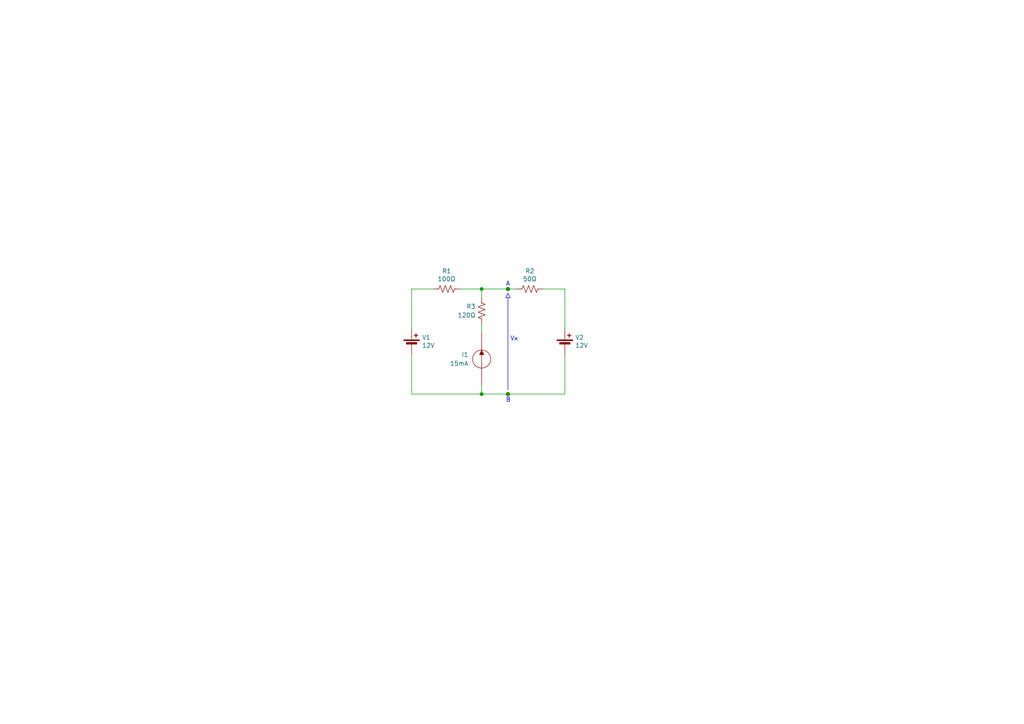
<source format=kicad_sch>
(kicad_sch (version 20230121) (generator eeschema)
  (paper "A4")
  (title_block (title "Questão 1 - P2/2021 - Noturno") (date "2021-11-15") (rev "0") (company "ETE103 - Fundamentos de Circuitos Analógicos"))
  (lib_symbols
    (symbol "Connector:TestPoint_Small" (pin_numbers hide) (pin_names (offset 0.762) hide)
      (property "Reference" "TP" (at 0 3.81 0))
      (property "Value" "TestPoint_Small" (at 0 2.032 0))
      (symbol "TestPoint_Small_0_1"
        (circle (center 0 0) (radius 0.508))
      )
      (symbol "TestPoint_Small_1_1"
        (pin passive line (at 0 0 90) (length 0) (name "1") (number "1"))
      )
    )
    (symbol "Device:Battery_Cell" (pin_numbers hide) (pin_names (offset 0) hide)
      (property "Reference" "BT" (at 2.54 2.54 0))
      (property "Value" "Battery_Cell" (at 2.54 0 0))
      (symbol "Battery_Cell_0_1"
        (rectangle (start -2.286 1.778) (end 2.286 1.524) (fill (type outline)))
        (rectangle (start -1.524 1.016) (end 1.524 0.508) (fill (type outline)))
        (polyline (pts (xy 0 0.762) (xy 0 0)))
        (polyline (pts (xy 0 1.778) (xy 0 2.54)))
        (polyline (pts (xy 0.762 3.048) (xy 1.778 3.048)) (stroke (width 0.254)))
        (polyline (pts (xy 1.27 3.556) (xy 1.27 2.54)) (stroke (width 0.254)))
      )
      (symbol "Battery_Cell_1_1"
        (pin passive line (at 0 5.08 270) (length 2.54) (name "+") (number "1"))
        (pin passive line (at 0 -2.54 90) (length 2.54) (name "-") (number "2"))
      )
    )
    (symbol "Device:R_US" (pin_numbers hide) (pin_names (offset 0))
      (property "Reference" "R" (at 2.54 0 90))
      (property "Value" "R_US" (at -2.54 0 90))
      (symbol "R_US_0_1"
        (polyline (pts (xy 0 -2.286) (xy 0 -2.54)))
        (polyline (pts (xy 0 2.286) (xy 0 2.54)))
        (polyline (pts (xy 0 -0.762) (xy 1.016 -1.143) (xy 0 -1.524) (xy -1.016 -1.905) (xy 0 -2.286)))
        (polyline (pts (xy 0 0.762) (xy 1.016 0.381) (xy 0 0) (xy -1.016 -0.381) (xy 0 -0.762)))
        (polyline (pts (xy 0 2.286) (xy 1.016 1.905) (xy 0 1.524) (xy -1.016 1.143) (xy 0 0.762)))
      )
      (symbol "R_US_1_1"
        (pin passive line (at 0 3.81 270) (length 1.27) (name "~") (number "1"))
        (pin passive line (at 0 -3.81 90) (length 1.27) (name "~") (number "2"))
      )
    )
    (symbol "Personalizado:current_source" (pin_numbers hide) (pin_names (offset 0))
      (property "Reference" "I" (at 3.81 0 0))
      (property "Value" "current_source" (at -3.81 -0.635 90))
      (symbol "current_source_0_1"
        (polyline (pts (xy 0 -2.54) (xy 0 2.54)))
        (polyline (pts (xy 0 2.54) (xy -0.635 1.27) (xy 0.635 1.27) (xy 0 2.54)) (fill (type outline)))
        (circle (center 0 0) (radius 2.6162))
      )
      (symbol "current_source_1_1"
        (pin passive line (at 0 7.62 270) (length 5.08) (name "~") (number "1"))
        (pin passive line (at 0 -7.62 90) (length 5.08) (name "~") (number "2"))
      )
    )
  )
  (junction (at 139.7 114.3))
  (junction (at 147.32 114.3))
  (junction (at 147.32 83.82))
  (junction (at 139.7 83.82))
  (polyline (pts (xy 146.685 86.36) (xy 147.955 86.36)) (stroke (width 0) (type solid)))
  (wire (pts (xy 163.83 83.82) (xy 163.83 95.25)))
  (wire (pts (xy 139.7 83.82) (xy 147.32 83.82)))
  (wire (pts (xy 147.32 114.3) (xy 163.83 114.3)))
  (wire (pts (xy 147.32 83.82) (xy 149.86 83.82)))
  (wire (pts (xy 139.7 111.76) (xy 139.7 114.3)))
  (wire (pts (xy 119.38 83.82) (xy 125.73 83.82)))
  (wire (pts (xy 133.35 83.82) (xy 139.7 83.82)))
  (wire (pts (xy 139.7 114.3) (xy 147.32 114.3)))
  (wire (pts (xy 119.38 114.3) (xy 119.38 102.87)))
  (polyline (pts (xy 147.32 85.09) (xy 147.955 86.36)) (stroke (width 0) (type solid)))
  (polyline (pts (xy 147.32 85.09) (xy 146.685 86.36)) (stroke (width 0) (type solid)))
  (wire (pts (xy 163.83 102.87) (xy 163.83 114.3)))
  (wire (pts (xy 157.48 83.82) (xy 163.83 83.82)))
  (wire (pts (xy 119.38 114.3) (xy 139.7 114.3)))
  (wire (pts (xy 139.7 86.36) (xy 139.7 83.82)))
  (polyline (pts (xy 147.32 86.36) (xy 147.32 113.03)) (stroke (width 0) (type solid)))
  (wire (pts (xy 119.38 95.25) (xy 119.38 83.82)))
  (wire (pts (xy 139.7 93.98) (xy 139.7 96.52)))
  (text "A" (at 146.685 83.185 0) (effects (font (size 1.27 1.27)) (justify left bottom)))
  (text "B" (at 146.685 116.84 0) (effects (font (size 1.27 1.27)) (justify left bottom)))
  (text "Vx" (at 147.955 99.06 0) (effects (font (size 1.27 1.27)) (justify left bottom)))
  (symbol (lib_id "Device:Battery_Cell") (at 119.38 100.33 0) (unit 1)
    (property "Reference" "V1" (at 122.3772 97.8916 0) (effects (justify left)))
    (property "Value" "12V" (at 122.3772 100.203 0) (effects (justify left)))
  )
  (symbol (lib_id "Device:R_US") (at 139.7 90.17 180) (unit 1)
    (property "Reference" "R3" (at 135.255 88.9 0) (effects (justify right)))
    (property "Value" "120Ω" (at 132.715 91.44 0) (effects (justify right)))
  )
  (symbol (lib_id "Device:R_US") (at 153.67 83.82 90) (unit 1)
    (property "Reference" "R2" (at 153.67 78.613 90))
    (property "Value" "50Ω" (at 153.67 80.9244 90))
  )
  (symbol (lib_id "Device:R_US") (at 129.54 83.82 90) (unit 1)
    (property "Reference" "R1" (at 129.54 78.613 90))
    (property "Value" "100Ω" (at 129.54 80.9244 90))
  )
  (symbol (lib_id "Connector:TestPoint_Small") (at 147.32 114.3 0) (unit 1)
    (property "Reference" "TP2" (effects hide))
    (property "Value" "TestPoint_Small" (effects hide))
  )
  (symbol (lib_id "Personalizado:current_source") (at 139.7 104.14 0) (unit 1)
    (property "Reference" "I1" (at 135.89 102.87 0) (effects (justify right)))
    (property "Value" "15mA" (at 135.89 105.41 0) (effects (justify right)))
  )
  (symbol (lib_id "Device:Battery_Cell") (at 163.83 100.33 0) (unit 1)
    (property "Reference" "V2" (at 166.8272 97.8916 0) (effects (justify left)))
    (property "Value" "12V" (at 166.8272 100.203 0) (effects (justify left)))
  )
  (symbol (lib_id "Connector:TestPoint_Small") (at 147.32 83.82 0) (unit 1)
    (property "Reference" "TP1" (effects hide))
    (property "Value" "TestPoint_Small" (effects hide))
  )
)
</source>
